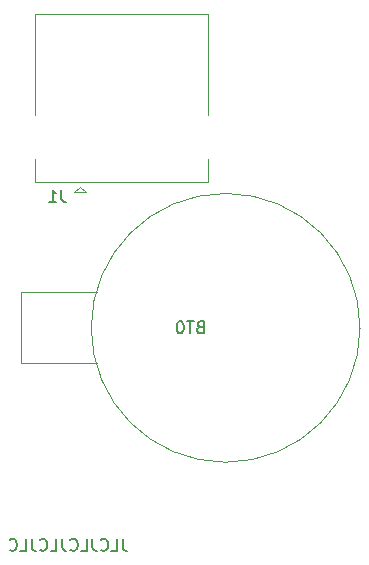
<source format=gbr>
%TF.GenerationSoftware,KiCad,Pcbnew,(6.0.4)*%
%TF.CreationDate,2023-06-25T20:19:56+02:00*%
%TF.ProjectId,CH376_MCP795_Module,43483337-365f-44d4-9350-3739355f4d6f,rev?*%
%TF.SameCoordinates,Original*%
%TF.FileFunction,Legend,Bot*%
%TF.FilePolarity,Positive*%
%FSLAX46Y46*%
G04 Gerber Fmt 4.6, Leading zero omitted, Abs format (unit mm)*
G04 Created by KiCad (PCBNEW (6.0.4)) date 2023-06-25 20:19:56*
%MOMM*%
%LPD*%
G01*
G04 APERTURE LIST*
%ADD10C,0.150000*%
%ADD11C,0.100000*%
%ADD12C,0.120000*%
G04 APERTURE END LIST*
D10*
X143049047Y-138517380D02*
X143049047Y-139231666D01*
X143096666Y-139374523D01*
X143191904Y-139469761D01*
X143334761Y-139517380D01*
X143430000Y-139517380D01*
X142096666Y-139517380D02*
X142572857Y-139517380D01*
X142572857Y-138517380D01*
X141191904Y-139422142D02*
X141239523Y-139469761D01*
X141382380Y-139517380D01*
X141477619Y-139517380D01*
X141620476Y-139469761D01*
X141715714Y-139374523D01*
X141763333Y-139279285D01*
X141810952Y-139088809D01*
X141810952Y-138945952D01*
X141763333Y-138755476D01*
X141715714Y-138660238D01*
X141620476Y-138565000D01*
X141477619Y-138517380D01*
X141382380Y-138517380D01*
X141239523Y-138565000D01*
X141191904Y-138612619D01*
X140477619Y-138517380D02*
X140477619Y-139231666D01*
X140525238Y-139374523D01*
X140620476Y-139469761D01*
X140763333Y-139517380D01*
X140858571Y-139517380D01*
X139525238Y-139517380D02*
X140001428Y-139517380D01*
X140001428Y-138517380D01*
X138620476Y-139422142D02*
X138668095Y-139469761D01*
X138810952Y-139517380D01*
X138906190Y-139517380D01*
X139049047Y-139469761D01*
X139144285Y-139374523D01*
X139191904Y-139279285D01*
X139239523Y-139088809D01*
X139239523Y-138945952D01*
X139191904Y-138755476D01*
X139144285Y-138660238D01*
X139049047Y-138565000D01*
X138906190Y-138517380D01*
X138810952Y-138517380D01*
X138668095Y-138565000D01*
X138620476Y-138612619D01*
X137906190Y-138517380D02*
X137906190Y-139231666D01*
X137953809Y-139374523D01*
X138049047Y-139469761D01*
X138191904Y-139517380D01*
X138287142Y-139517380D01*
X136953809Y-139517380D02*
X137430000Y-139517380D01*
X137430000Y-138517380D01*
X136049047Y-139422142D02*
X136096666Y-139469761D01*
X136239523Y-139517380D01*
X136334761Y-139517380D01*
X136477619Y-139469761D01*
X136572857Y-139374523D01*
X136620476Y-139279285D01*
X136668095Y-139088809D01*
X136668095Y-138945952D01*
X136620476Y-138755476D01*
X136572857Y-138660238D01*
X136477619Y-138565000D01*
X136334761Y-138517380D01*
X136239523Y-138517380D01*
X136096666Y-138565000D01*
X136049047Y-138612619D01*
X135334761Y-138517380D02*
X135334761Y-139231666D01*
X135382380Y-139374523D01*
X135477619Y-139469761D01*
X135620476Y-139517380D01*
X135715714Y-139517380D01*
X134382380Y-139517380D02*
X134858571Y-139517380D01*
X134858571Y-138517380D01*
X133477619Y-139422142D02*
X133525238Y-139469761D01*
X133668095Y-139517380D01*
X133763333Y-139517380D01*
X133906190Y-139469761D01*
X134001428Y-139374523D01*
X134049047Y-139279285D01*
X134096666Y-139088809D01*
X134096666Y-138945952D01*
X134049047Y-138755476D01*
X134001428Y-138660238D01*
X133906190Y-138565000D01*
X133763333Y-138517380D01*
X133668095Y-138517380D01*
X133525238Y-138565000D01*
X133477619Y-138612619D01*
%TO.C,BT0*%
X149578714Y-120578571D02*
X149435857Y-120626190D01*
X149388238Y-120673809D01*
X149340619Y-120769047D01*
X149340619Y-120911904D01*
X149388238Y-121007142D01*
X149435857Y-121054761D01*
X149531095Y-121102380D01*
X149912047Y-121102380D01*
X149912047Y-120102380D01*
X149578714Y-120102380D01*
X149483476Y-120150000D01*
X149435857Y-120197619D01*
X149388238Y-120292857D01*
X149388238Y-120388095D01*
X149435857Y-120483333D01*
X149483476Y-120530952D01*
X149578714Y-120578571D01*
X149912047Y-120578571D01*
X149054904Y-120102380D02*
X148483476Y-120102380D01*
X148769190Y-121102380D02*
X148769190Y-120102380D01*
X147959666Y-120102380D02*
X147864428Y-120102380D01*
X147769190Y-120150000D01*
X147721571Y-120197619D01*
X147673952Y-120292857D01*
X147626333Y-120483333D01*
X147626333Y-120721428D01*
X147673952Y-120911904D01*
X147721571Y-121007142D01*
X147769190Y-121054761D01*
X147864428Y-121102380D01*
X147959666Y-121102380D01*
X148054904Y-121054761D01*
X148102523Y-121007142D01*
X148150142Y-120911904D01*
X148197761Y-120721428D01*
X148197761Y-120483333D01*
X148150142Y-120292857D01*
X148102523Y-120197619D01*
X148054904Y-120150000D01*
X147959666Y-120102380D01*
%TO.C,J1*%
X137829333Y-108990380D02*
X137829333Y-109704666D01*
X137876952Y-109847523D01*
X137972190Y-109942761D01*
X138115047Y-109990380D01*
X138210285Y-109990380D01*
X136829333Y-109990380D02*
X137400761Y-109990380D01*
X137115047Y-109990380D02*
X137115047Y-108990380D01*
X137210285Y-109133238D01*
X137305523Y-109228476D01*
X137400761Y-109276095D01*
D11*
%TO.C,BT0*%
X163138000Y-120650000D02*
X163138000Y-120650000D01*
X140378000Y-120650000D02*
X140378000Y-120650000D01*
X140838000Y-117650000D02*
X134448000Y-117650000D01*
X134448000Y-123650000D02*
X140838000Y-123650000D01*
X134448000Y-117650000D02*
X134448000Y-123650000D01*
X163138000Y-120650000D02*
G75*
G03*
X140378000Y-120650000I-11380000J0D01*
G01*
X140378000Y-120650000D02*
G75*
G03*
X163138000Y-120650000I11380000J0D01*
G01*
D12*
%TO.C,J1*%
X135586000Y-102628000D02*
X135586000Y-94088000D01*
X150306000Y-106328000D02*
X150306000Y-108308000D01*
X139446000Y-108688000D02*
X139946000Y-109188000D01*
X135586000Y-108308000D02*
X135586000Y-106328000D01*
X135586000Y-108308000D02*
X150306000Y-108308000D01*
X139946000Y-109188000D02*
X138946000Y-109188000D01*
X150306000Y-102628000D02*
X150306000Y-94088000D01*
X135586000Y-94088000D02*
X150306000Y-94088000D01*
X138946000Y-109188000D02*
X139446000Y-108688000D01*
%TD*%
M02*

</source>
